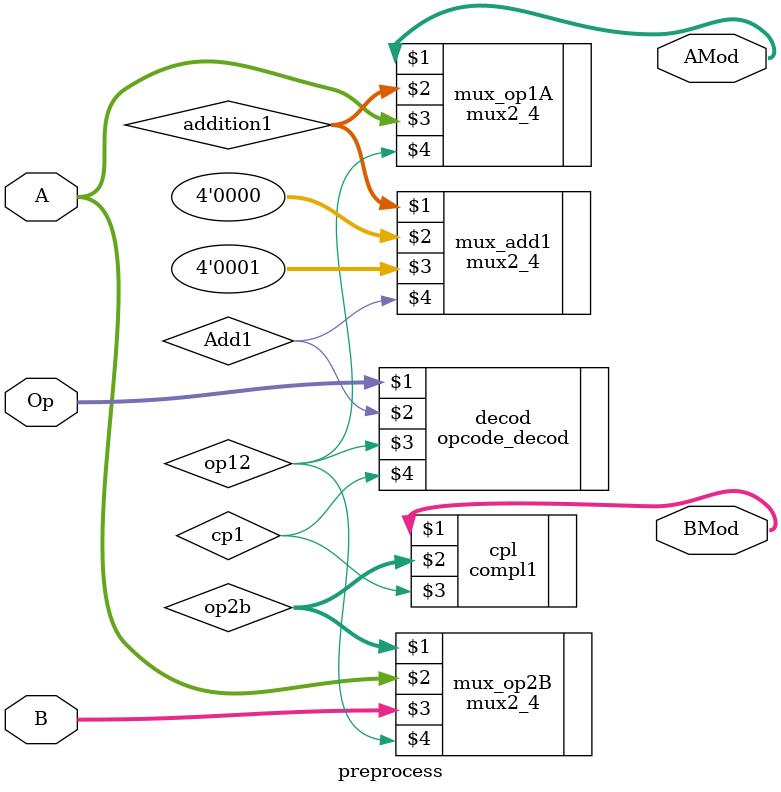
<source format=v>
module preprocess(output wire [3:0] AMod, output wire [3:0] BMod, input wire [3:0] A, input wire [3:0] B, input wire [2:0] Op);
  wire Add1, op12, cp1;
  wire [3:0] addition1, op2b;

  opcode_decod decod(Op, Add1, op12, cp1);
  mux2_4 mux_add1(addition1, 4'b0000, 4'b0001, Add1);
  mux2_4 mux_op1A(AMod, addition1, A, op12);
  mux2_4 mux_op2B(op2b, A, B, op12);
  compl1 cpl(BMod, op2b, cp1);
endmodule
</source>
